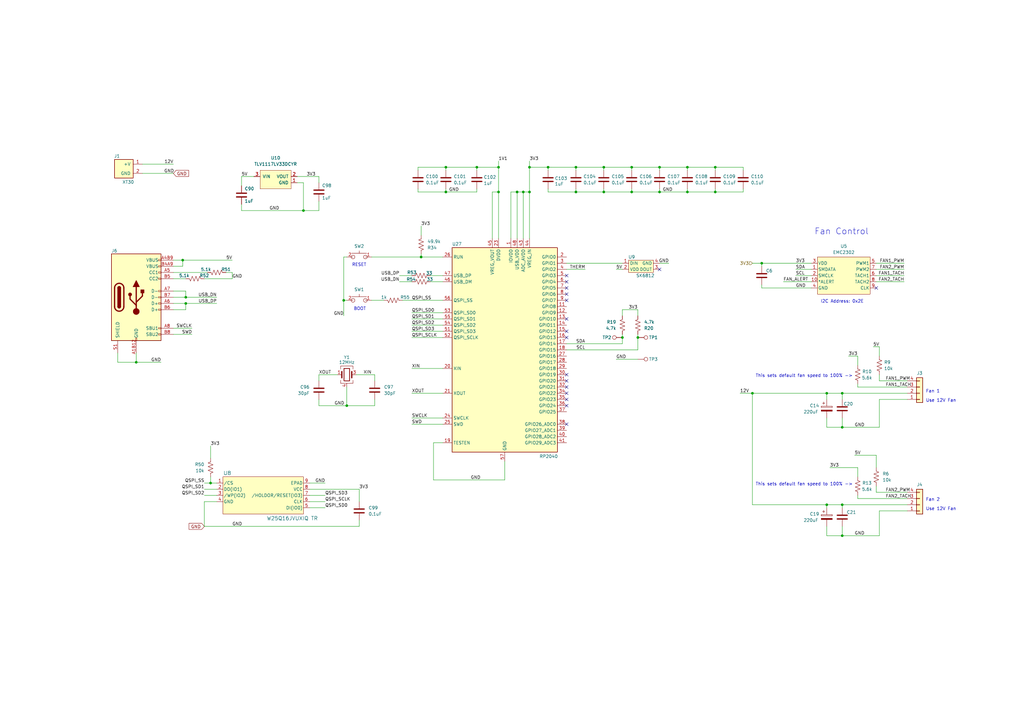
<source format=kicad_sch>
(kicad_sch (version 20250114) (generator "eeschema") (generator_version "9.0")
  (paper "A3")
  (title_block (title "FanBoy") (date "2025-09-24") (rev "1"))
  (lib_symbols
    (symbol "Connector:TestPoint" (pin_numbers (hide yes)) (pin_names (offset 0.762) (hide yes))
      (property "Reference" "TP" (at 0 6.858 0))
      (property "Value" "TestPoint" (at 0 5.08 0))
      (symbol "TestPoint_1_1"
        (pin passive line (at 0 0 90) (length 2.54) (name "1") (number "1"))
      )
    )
    (symbol "Connector_Generic:Conn_01x04" (pin_names (offset 1.016) (hide yes))
      (property "Reference" "J" (at 0 5.08 0))
      (property "Value" "Conn_01x04" (at 0 -7.62 0))
      (symbol "Conn_01x04_1_1"
        (pin passive line (at -5.08 2.54 0) (length 3.81) (name "Pin_1") (number "1"))
        (pin passive line (at -5.08 0 0) (length 3.81) (name "Pin_2") (number "2"))
        (pin passive line (at -5.08 -2.54 0) (length 3.81) (name "Pin_3") (number "3"))
        (pin passive line (at -5.08 -5.08 0) (length 3.81) (name "Pin_4") (number "4"))
      )
    )
    (symbol "Device:C" (pin_numbers (hide yes)) (pin_names (offset 0.254))
      (property "Reference" "C" (at 0.635 2.54 0))
      (property "Value" "C" (at 0.635 -2.54 0))
      (symbol "C_1_1"
        (pin passive line (at 0 3.81 270) (length 2.794) (name "~") (number "1"))
        (pin passive line (at 0 -3.81 90) (length 2.794) (name "~") (number "2"))
      )
    )
    (symbol "Device:C_Polarized" (pin_numbers (hide yes)) (pin_names (offset 0.254))
      (property "Reference" "C" (at 0.635 2.54 0))
      (property "Value" "C_Polarized" (at 0.635 -2.54 0))
      (symbol "C_Polarized_1_1"
        (pin passive line (at 0 3.81 270) (length 2.794) (name "~") (number "1"))
        (pin passive line (at 0 -3.81 90) (length 2.794) (name "~") (number "2"))
      )
    )
    (symbol "Device:Crystal_GND24_common" (pin_names (offset 1.016) (hide yes))
      (property "Reference" "Y" (at 3.175 5.08 0))
      (property "Value" "Crystal_GND24_common" (at 3.175 3.175 0))
      (symbol "Crystal_GND24_common_1_1"
        (pin passive line (at -3.81 0 0) (length 1.27) (name "1") (number "1"))
        (pin passive line (at 0 -5.08 90) (length 1.27) (hide yes) (name "2") (number "2"))
        (pin passive line (at 0 -5.08 90) (length 1.27) (name "4") (number "4"))
        (pin passive line (at 3.81 0 180) (length 1.27) (name "3") (number "3"))
      )
    )
    (symbol "Device:R_US" (pin_numbers (hide yes)) (pin_names (offset 0))
      (property "Reference" "R" (at 2.54 0 90))
      (property "Value" "R_US" (at -2.54 0 90))
      (symbol "R_US_1_1"
        (pin passive line (at 0 3.81 270) (length 1.27) (name "~") (number "1"))
        (pin passive line (at 0 -3.81 90) (length 1.27) (name "~") (number "2"))
      )
    )
    (symbol "aditBoard:RP2040"
      (property "Reference" "U3" (at -21.59 43.434 0))
      (property "Value" "RP2040" (at 14.224 -43.688 0))
      (symbol "RP2040_1_1"
        (pin input line (at -25.4 38.1 0) (length 3.81) (name "RUN") (number "26"))
        (pin bidirectional line (at -25.4 30.48 0) (length 3.81) (name "USB_DP") (number "47"))
        (pin bidirectional line (at -25.4 27.94 0) (length 3.81) (name "USB_DM") (number "46"))
        (pin bidirectional line (at -25.4 20.32 0) (length 3.81) (name "QSPI_SS") (number "56"))
        (pin bidirectional line (at -25.4 15.24 0) (length 3.81) (name "QSPI_SD0") (number "53"))
        (pin bidirectional line (at -25.4 12.7 0) (length 3.81) (name "QSPI_SD1") (number "55"))
        (pin bidirectional line (at -25.4 10.16 0) (length 3.81) (name "QSPI_SD2") (number "54"))
        (pin bidirectional line (at -25.4 7.62 0) (length 3.81) (name "QSPI_SD3") (number "51"))
        (pin output line (at -25.4 5.08 0) (length 3.81) (name "QSPI_SCLK") (number "52"))
        (pin input line (at -25.4 -7.62 0) (length 3.81) (name "XIN") (number "20"))
        (pin passive line (at -25.4 -17.78 0) (length 3.81) (name "XOUT") (number "21"))
        (pin output line (at -25.4 -27.94 0) (length 3.81) (name "SWCLK") (number "24"))
        (pin bidirectional line (at -25.4 -30.48 0) (length 3.81) (name "SWD") (number "25"))
        (pin input line (at -25.4 -38.1 0) (length 3.81) (name "TESTEN") (number "19"))
        (pin power_out line (at -5.08 45.72 270) (length 3.81) (name "VREG_VOUT") (number "45"))
        (pin power_in line (at -2.54 45.72 270) (length 3.81) (name "DVDD") (number "23"))
        (pin passive line (at -2.54 45.72 270) (length 3.81) (hide yes) (name "DVDD") (number "50"))
        (pin power_in line (at 0 -45.72 90) (length 3.81) (name "GND") (number "57"))
        (pin power_in line (at 2.54 45.72 270) (length 3.81) (name "IOVDD") (number "1"))
        (pin passive line (at 2.54 45.72 270) (length 3.81) (hide yes) (name "IOVDD") (number "10"))
        (pin passive line (at 2.54 45.72 270) (length 3.81) (hide yes) (name "IOVDD") (number "22"))
        (pin passive line (at 2.54 45.72 270) (length 3.81) (hide yes) (name "IOVDD") (number "33"))
        (pin passive line (at 2.54 45.72 270) (length 3.81) (hide yes) (name "IOVDD") (number "42"))
        (pin passive line (at 2.54 45.72 270) (length 3.81) (hide yes) (name "IOVDD") (number "49"))
        (pin power_in line (at 5.08 45.72 270) (length 3.81) (name "USB_VDD") (number "48"))
        (pin power_in line (at 7.62 45.72 270) (length 3.81) (name "ADC_AVDD") (number "43"))
        (pin power_in line (at 10.16 45.72 270) (length 3.81) (name "VREG_IN") (number "44"))
        (pin bidirectional line (at 25.4 38.1 180) (length 3.81) (name "GPIO0") (number "2"))
        (pin bidirectional line (at 25.4 35.56 180) (length 3.81) (name "GPIO1") (number "3"))
        (pin bidirectional line (at 25.4 33.02 180) (length 3.81) (name "GPIO2") (number "4"))
        (pin bidirectional line (at 25.4 30.48 180) (length 3.81) (name "GPIO3") (number "5"))
        (pin bidirectional line (at 25.4 27.94 180) (length 3.81) (name "GPIO4") (number "6"))
        (pin bidirectional line (at 25.4 25.4 180) (length 3.81) (name "GPIO5") (number "7"))
        (pin bidirectional line (at 25.4 22.86 180) (length 3.81) (name "GPIO6") (number "8"))
        (pin bidirectional line (at 25.4 20.32 180) (length 3.81) (name "GPIO7") (number "9"))
        (pin bidirectional line (at 25.4 17.78 180) (length 3.81) (name "GPIO8") (number "11"))
        (pin bidirectional line (at 25.4 15.24 180) (length 3.81) (name "GPIO9") (number "12"))
        (pin bidirectional line (at 25.4 12.7 180) (length 3.81) (name "GPIO10") (number "13"))
        (pin bidirectional line (at 25.4 10.16 180) (length 3.81) (name "GPIO11") (number "14"))
        (pin bidirectional line (at 25.4 7.62 180) (length 3.81) (name "GPIO12") (number "15"))
        (pin bidirectional line (at 25.4 5.08 180) (length 3.81) (name "GPIO13") (number "16"))
        (pin bidirectional line (at 25.4 2.54 180) (length 3.81) (name "GPIO14") (number "17"))
        (pin bidirectional line (at 25.4 0 180) (length 3.81) (name "GPIO15") (number "18"))
        (pin bidirectional line (at 25.4 -2.54 180) (length 3.81) (name "GPIO16") (number "27"))
        (pin bidirectional line (at 25.4 -5.08 180) (length 3.81) (name "GPIO17") (number "28"))
        (pin bidirectional line (at 25.4 -7.62 180) (length 3.81) (name "GPIO18") (number "29"))
        (pin bidirectional line (at 25.4 -10.16 180) (length 3.81) (name "GPIO19") (number "30"))
        (pin bidirectional line (at 25.4 -12.7 180) (length 3.81) (name "GPIO20") (number "31"))
        (pin bidirectional line (at 25.4 -15.24 180) (length 3.81) (name "GPIO21") (number "32"))
        (pin bidirectional line (at 25.4 -17.78 180) (length 3.81) (name "GPIO22") (number "34"))
        (pin bidirectional line (at 25.4 -20.32 180) (length 3.81) (name "GPIO23") (number "35"))
        (pin bidirectional line (at 25.4 -22.86 180) (length 3.81) (name "GPIO24") (number "36"))
        (pin bidirectional line (at 25.4 -25.4 180) (length 3.81) (name "GPIO25") (number "37"))
        (pin bidirectional line (at 25.4 -30.48 180) (length 3.81) (name "GPIO26_ADC0") (number "38"))
        (pin bidirectional line (at 25.4 -33.02 180) (length 3.81) (name "GPIO27_ADC1") (number "39"))
        (pin bidirectional line (at 25.4 -35.56 180) (length 3.81) (name "GPIO28_ADC2") (number "40"))
        (pin bidirectional line (at 25.4 -38.1 180) (length 3.81) (name "GPIO29_ADC3") (number "41"))
      )
    )
    (symbol "aditBoard:USB_C_Receptacle_USB2.0" (pin_names (offset 1.016))
      (property "Reference" "J1" (at -10.16 19.05 0))
      (symbol "USB_C_Receptacle_USB2.0_1_1"
        (pin passive line (at -7.62 -22.86 90) (length 5.08) (name "SHIELD") (number "S1"))
        (pin passive line (at 0 -22.86 90) (length 5.08) (name "GND") (number "A1B12"))
        (pin passive line (at 0 -22.86 90) (length 5.08) (hide yes) (name "GND") (number "B1A12"))
        (pin passive line (at 15.24 15.24 180) (length 5.08) (name "VBUS") (number "A4B9"))
        (pin passive line (at 15.24 12.7 180) (length 5.08) (name "VBUS") (number "B4A9"))
        (pin bidirectional line (at 15.24 10.16 180) (length 5.08) (name "CC1") (number "A5"))
        (pin bidirectional line (at 15.24 7.62 180) (length 5.08) (name "CC2") (number "B5"))
        (pin bidirectional line (at 15.24 2.54 180) (length 5.08) (name "D-") (number "A7"))
        (pin bidirectional line (at 15.24 0 180) (length 5.08) (name "D-") (number "B7"))
        (pin bidirectional line (at 15.24 -2.54 180) (length 5.08) (name "D+") (number "A6"))
        (pin bidirectional line (at 15.24 -5.08 180) (length 5.08) (name "D+") (number "B6"))
        (pin bidirectional line (at 15.24 -12.7 180) (length 5.08) (name "SBU1") (number "A8"))
        (pin bidirectional line (at 15.24 -15.24 180) (length 5.08) (name "SBU2") (number "B8"))
      )
    )
    (symbol "athvfd:SK6812SIDE-A-RVS"
      (property "Reference" "U" (at -4.572 3.556 0))
      (property "Value" "SK6812" (at 1.778 -3.81 0))
      (symbol "SK6812SIDE-A-RVS_1_1"
        (pin input line (at -7.62 1.27 0) (length 2.54) (name "DIN") (number "1"))
        (pin power_in line (at -7.62 -1.27 0) (length 2.54) (name "VDD") (number "2"))
        (pin power_in line (at 7.62 1.27 180) (length 2.54) (name "GND") (number "4"))
        (pin output line (at 7.62 -1.27 180) (length 2.54) (name "DOUT") (number "3"))
      )
    )
    (symbol "bitaxe:EMC2302-2-AIZL-TR" (pin_names (offset 0.254))
      (property "Reference" "U" (at -8.89 8.89 0))
      (property "Value" "EMC2302-2-AIZL-TR" (at 7.62 -8.89 0))
      (symbol "EMC2302-2-AIZL-TR_0_1"
        (pin power_in line (at -11.43 5.08 0) (length 2.54) (name "VDD") (number "3"))
        (pin bidirectional line (at -11.43 2.54 0) (length 2.54) (name "SMDATA") (number "1"))
        (pin input line (at -11.43 0 0) (length 2.54) (name "SMCLK") (number "2"))
        (pin output line (at -11.43 -2.54 0) (length 2.54) (name "*ALERT") (number "10"))
        (pin power_in line (at -11.43 -5.08 0) (length 2.54) (name "GND") (number "4"))
        (pin output line (at 15.24 5.08 180) (length 2.54) (name "PWM1") (number "5"))
        (pin output line (at 15.24 2.54 180) (length 2.54) (name "PWM2") (number "7"))
        (pin input line (at 15.24 0 180) (length 2.54) (name "TACH1") (number "6"))
        (pin input line (at 15.24 -2.54 180) (length 2.54) (name "TACH2") (number "8"))
        (pin bidirectional line (at 15.24 -5.08 180) (length 2.54) (name "CLK") (number "9"))
      )
    )
    (symbol "bitaxe:GT-TC029B-H025-L1N"
      (property "Reference" "SW2" (at 0 3.81 0))
      (symbol "GT-TC029B-H025-L1N_0_1"
        (pin unspecified line (at -5.08 0 0) (length 2.54) (name "~") (number "1"))
        (pin unspecified line (at 5.08 0 180) (length 2.54) (name "~") (number "2"))
      )
    )
    (symbol "bitaxe:XT30PW-M" (pin_names (offset 1.016))
      (property "Reference" "J" (at -3.302 4.572 0))
      (property "Value" "XT30" (at -0.254 10.668 0))
      (symbol "XT30PW-M_1_1"
        (pin no_connect line (at -7.62 7.62 0) (length 3.81) (hide yes) (name "MNT1") (number "3"))
        (pin power_in line (at -7.62 1.27 0) (length 3.81) (name "+V") (number "1"))
        (pin power_in line (at -7.62 -2.54 0) (length 3.81) (name "GND") (number "2"))
        (pin no_connect line (at -7.62 -7.62 0) (length 3.81) (hide yes) (name "MNT2") (number "4"))
      )
    )
    (symbol "emberone:TLV1117LV33DCYR" (pin_names (offset 1.016))
      (property "Reference" "U" (at -6.35 8.382 0))
      (property "Value" "TLV1117LV33DCYR" (at -8.128 -2.032 0))
      (symbol "TLV1117LV33DCYR_1_0"
        (pin input line (at -8.89 5.08 0) (length 2.54) (name "VIN") (number "3"))
        (pin output line (at 8.89 5.08 180) (length 2.54) (name "VOUT") (number "2"))
        (pin output line (at 8.89 5.08 180) (length 2.54) (hide yes) (name "VOUT") (number "4"))
        (pin power_in line (at 8.89 2.54 180) (length 2.54) (name "GND") (number "1"))
      )
    )
    (symbol "emberone:W25Q16JVUXIQ_TR" (pin_names (offset 0.254))
      (property "Reference" "U" (at -16.002 7.874 0))
      (property "Value" "W25Q16JVUXIQ TR" (at 9.398 -10.668 0))
      (symbol "W25Q16JVUXIQ_TR_0_1"
        (pin unspecified line (at -19.05 3.81 0) (length 2.56) (name "/CS") (number "1"))
        (pin unspecified line (at -19.05 1.27 0) (length 2.56) (name "DO(IO1)") (number "2"))
        (pin unspecified line (at -19.05 -1.27 0) (length 2.56) (name "/WP(IO2)") (number "3"))
        (pin unspecified line (at -19.05 -3.81 0) (length 2.56) (name "GND") (number "4"))
        (pin unspecified line (at 19.05 3.81 180) (length 2.56) (name "EPAD") (number "9"))
        (pin unspecified line (at 19.05 1.27 180) (length 2.56) (name "VCC") (number "8"))
        (pin unspecified line (at 19.05 -1.27 180) (length 2.56) (name "/HOLDOR/RESET(IO3)") (number "7"))
        (pin unspecified line (at 19.05 -3.81 180) (length 2.56) (name "CLK") (number "6"))
        (pin unspecified line (at 19.05 -6.35 180) (length 2.56) (name "DI(IO0)") (number "5"))
      )
    )
  )
  (text "Fan 2" (at 379.73 205.74 0) (effects (font (size 1.27 1.27)) (justify left bottom)))
  (text "BOOT" (at 147.574 126.746 0) (effects (font (size 1.27 1.27))))
  (text "This sets default fan speed to 100% ->" (at 309.88 199.39 0) (effects (font (size 1.27 1.27)) (justify left bottom)))
  (text "Fan 1" (at 379.73 161.29 0) (effects (font (size 1.27 1.27)) (justify left bottom)))
  (text "RESET" (at 147.32 108.712 0) (effects (font (size 1.27 1.27))))
  (text "Use 12V Fan" (at 379.73 165.1 0) (effects (font (size 1.27 1.27)) (justify left bottom)))
  (text "Fan Control" (at 334.01 96.52 0) (effects (font (size 2.5 2.5)) (justify left bottom)))
  (text "Use 12V Fan" (at 379.73 209.55 0) (effects (font (size 1.27 1.27)) (justify left bottom)))
  (text "This sets default fan speed to 100% ->" (at 309.88 154.94 0) (effects (font (size 1.27 1.27)) (justify left bottom)))
  (text "I2C Address: 0x2E" (at 336.55 124.46 0) (effects (font (size 1.27 1.27)) (justify left bottom)))
  (junction (at 345.44 175.26))
  (junction (at 204.47 68.58))
  (junction (at 339.09 161.29))
  (junction (at 236.22 68.58))
  (junction (at 261.62 138.43))
  (junction (at 247.65 68.58))
  (junction (at 142.24 166.37))
  (junction (at 224.79 68.58))
  (junction (at 293.37 68.58))
  (junction (at 247.65 78.74))
  (junction (at 217.17 78.74))
  (junction (at 270.51 78.74))
  (junction (at 345.44 219.71))
  (junction (at 312.42 107.95))
  (junction (at 281.94 78.74))
  (junction (at 345.44 207.01))
  (junction (at 255.27 138.43))
  (junction (at 236.22 78.74))
  (junction (at 55.88 148.59))
  (junction (at 259.08 68.58))
  (junction (at 140.97 123.19))
  (junction (at 270.51 68.58))
  (junction (at 259.08 78.74))
  (junction (at 76.2 124.46))
  (junction (at 74.93 106.68))
  (junction (at 281.94 68.58))
  (junction (at 217.17 68.58))
  (junction (at 76.2 121.92))
  (junction (at 345.44 161.29))
  (junction (at 204.47 78.74))
  (junction (at 308.61 161.29))
  (junction (at 86.36 198.12))
  (junction (at 172.72 105.41))
  (junction (at 339.09 207.01))
  (junction (at 214.63 78.74))
  (junction (at 182.88 78.74))
  (junction (at 124.46 86.36))
  (junction (at 182.88 68.58))
  (junction (at 212.09 78.74))
  (junction (at 195.58 68.58))
  (junction (at 293.37 78.74))
  (no_connect (at 232.41 166.37))
  (no_connect (at 232.41 130.81))
  (no_connect (at 359.41 118.11))
  (no_connect (at 232.41 156.21))
  (no_connect (at 232.41 113.03))
  (no_connect (at 232.41 118.11))
  (no_connect (at 232.41 138.43))
  (no_connect (at 232.41 135.89))
  (no_connect (at 232.41 115.57))
  (no_connect (at 232.41 158.75))
  (no_connect (at 232.41 163.83))
  (no_connect (at 232.41 120.65))
  (no_connect (at 232.41 173.99))
  (no_connect (at 270.51 110.49))
  (no_connect (at 232.41 153.67))
  (no_connect (at 232.41 123.19))
  (no_connect (at 232.41 161.29))
  (wire (pts (xy 130.81 153.67) (xy 130.81 156.21)))
  (wire (pts (xy 86.36 198.12) (xy 88.9 198.12)))
  (wire (pts (xy 130.81 72.39) (xy 130.81 74.93)))
  (wire (pts (xy 321.31 115.57) (xy 332.74 115.57)))
  (wire (pts (xy 163.83 115.57) (xy 168.91 115.57)))
  (wire (pts (xy 339.09 161.29) (xy 345.44 161.29)))
  (wire (pts (xy 259.08 68.58) (xy 259.08 69.85)))
  (wire (pts (xy 78.74 134.62) (xy 71.12 134.62)))
  (wire (pts (xy 293.37 68.58) (xy 304.8 68.58)))
  (wire (pts (xy 71.12 109.22) (xy 74.93 109.22)))
  (wire (pts (xy 127 198.12) (xy 133.35 198.12)))
  (wire (pts (xy 360.68 156.21) (xy 372.11 156.21)))
  (wire (pts (xy 217.17 68.58) (xy 224.79 68.58)))
  (wire (pts (xy 55.88 148.59) (xy 48.26 148.59)))
  (wire (pts (xy 147.32 215.9) (xy 83.82 215.9)))
  (wire (pts (xy 182.88 68.58) (xy 195.58 68.58)))
  (wire (pts (xy 339.09 219.71) (xy 345.44 219.71)))
  (wire (pts (xy 261.62 127) (xy 255.27 127)))
  (wire (pts (xy 172.72 92.71) (xy 172.72 96.52)))
  (wire (pts (xy 339.09 207.01) (xy 339.09 208.28)))
  (wire (pts (xy 255.27 138.43) (xy 255.27 140.97)))
  (wire (pts (xy 232.41 107.95) (xy 255.27 107.95)))
  (wire (pts (xy 308.61 107.95) (xy 312.42 107.95)))
  (wire (pts (xy 88.9 124.46) (xy 76.2 124.46)))
  (wire (pts (xy 345.44 171.45) (xy 345.44 175.26)))
  (wire (pts (xy 130.81 163.83) (xy 130.81 166.37)))
  (wire (pts (xy 247.65 68.58) (xy 247.65 69.85)))
  (wire (pts (xy 340.36 191.77) (xy 351.79 191.77)))
  (wire (pts (xy 236.22 78.74) (xy 247.65 78.74)))
  (wire (pts (xy 304.8 68.58) (xy 304.8 69.85)))
  (wire (pts (xy 339.09 161.29) (xy 339.09 163.83)))
  (wire (pts (xy 293.37 78.74) (xy 304.8 78.74)))
  (wire (pts (xy 304.8 77.47) (xy 304.8 78.74)))
  (wire (pts (xy 252.73 110.49) (xy 255.27 110.49)))
  (wire (pts (xy 293.37 77.47) (xy 293.37 78.74)))
  (wire (pts (xy 232.41 140.97) (xy 255.27 140.97)))
  (wire (pts (xy 351.79 149.86) (xy 351.79 146.05)))
  (wire (pts (xy 217.17 66.04) (xy 217.17 68.58)))
  (wire (pts (xy 74.93 106.68) (xy 71.12 106.68)))
  (wire (pts (xy 76.2 124.46) (xy 76.2 127)))
  (wire (pts (xy 350.52 186.69) (xy 359.41 186.69)))
  (wire (pts (xy 224.79 77.47) (xy 224.79 78.74)))
  (wire (pts (xy 270.51 68.58) (xy 281.94 68.58)))
  (wire (pts (xy 130.81 82.55) (xy 130.81 86.36)))
  (wire (pts (xy 146.05 153.67) (xy 153.67 153.67)))
  (wire (pts (xy 168.91 173.99) (xy 181.61 173.99)))
  (wire (pts (xy 261.62 138.43) (xy 261.62 143.51)))
  (wire (pts (xy 168.91 171.45) (xy 181.61 171.45)))
  (wire (pts (xy 168.91 135.89) (xy 181.61 135.89)))
  (wire (pts (xy 86.36 195.58) (xy 86.36 198.12)))
  (wire (pts (xy 76.2 119.38) (xy 76.2 121.92)))
  (wire (pts (xy 224.79 78.74) (xy 236.22 78.74)))
  (wire (pts (xy 339.09 175.26) (xy 345.44 175.26)))
  (wire (pts (xy 140.97 123.19) (xy 140.97 129.54)))
  (wire (pts (xy 83.82 114.3) (xy 95.25 114.3)))
  (wire (pts (xy 214.63 78.74) (xy 217.17 78.74)))
  (wire (pts (xy 236.22 77.47) (xy 236.22 78.74)))
  (wire (pts (xy 124.46 86.36) (xy 99.06 86.36)))
  (wire (pts (xy 270.51 77.47) (xy 270.51 78.74)))
  (wire (pts (xy 171.45 77.47) (xy 171.45 78.74)))
  (wire (pts (xy 312.42 118.11) (xy 332.74 118.11)))
  (wire (pts (xy 127 205.74) (xy 133.35 205.74)))
  (wire (pts (xy 121.92 74.93) (xy 124.46 74.93)))
  (wire (pts (xy 142.24 123.19) (xy 140.97 123.19)))
  (wire (pts (xy 58.42 71.12) (xy 71.12 71.12)))
  (wire (pts (xy 153.67 156.21) (xy 153.67 153.67)))
  (wire (pts (xy 308.61 161.29) (xy 339.09 161.29)))
  (wire (pts (xy 232.41 143.51) (xy 261.62 143.51)))
  (wire (pts (xy 312.42 107.95) (xy 312.42 109.22)))
  (wire (pts (xy 66.04 148.59) (xy 55.88 148.59)))
  (wire (pts (xy 182.88 77.47) (xy 182.88 78.74)))
  (wire (pts (xy 212.09 78.74) (xy 214.63 78.74)))
  (wire (pts (xy 171.45 78.74) (xy 182.88 78.74)))
  (wire (pts (xy 339.09 207.01) (xy 345.44 207.01)))
  (wire (pts (xy 360.68 163.83) (xy 360.68 175.26)))
  (wire (pts (xy 76.2 114.3) (xy 71.12 114.3)))
  (wire (pts (xy 270.51 107.95) (xy 274.32 107.95)))
  (wire (pts (xy 83.82 215.9) (xy 83.82 205.74)))
  (wire (pts (xy 236.22 68.58) (xy 236.22 69.85)))
  (wire (pts (xy 176.53 115.57) (xy 181.61 115.57)))
  (wire (pts (xy 121.92 72.39) (xy 130.81 72.39)))
  (wire (pts (xy 252.73 147.32) (xy 261.62 147.32)))
  (wire (pts (xy 281.94 68.58) (xy 293.37 68.58)))
  (wire (pts (xy 142.24 166.37) (xy 153.67 166.37)))
  (wire (pts (xy 270.51 78.74) (xy 281.94 78.74)))
  (wire (pts (xy 83.82 198.12) (xy 86.36 198.12)))
  (wire (pts (xy 76.2 121.92) (xy 71.12 121.92)))
  (wire (pts (xy 83.82 200.66) (xy 88.9 200.66)))
  (wire (pts (xy 261.62 137.16) (xy 261.62 138.43)))
  (wire (pts (xy 204.47 78.74) (xy 201.93 78.74)))
  (wire (pts (xy 345.44 161.29) (xy 372.11 161.29)))
  (wire (pts (xy 224.79 68.58) (xy 224.79 69.85)))
  (wire (pts (xy 182.88 68.58) (xy 182.88 69.85)))
  (wire (pts (xy 212.09 78.74) (xy 212.09 97.79)))
  (wire (pts (xy 86.36 182.88) (xy 86.36 187.96)))
  (wire (pts (xy 163.83 113.03) (xy 168.91 113.03)))
  (wire (pts (xy 345.44 161.29) (xy 345.44 163.83)))
  (wire (pts (xy 359.41 186.69) (xy 359.41 191.77)))
  (wire (pts (xy 207.01 196.85) (xy 207.01 189.23)))
  (wire (pts (xy 281.94 77.47) (xy 281.94 78.74)))
  (wire (pts (xy 326.39 110.49) (xy 332.74 110.49)))
  (wire (pts (xy 345.44 219.71) (xy 360.68 219.71)))
  (wire (pts (xy 270.51 68.58) (xy 270.51 69.85)))
  (wire (pts (xy 293.37 68.58) (xy 293.37 69.85)))
  (wire (pts (xy 360.68 153.67) (xy 360.68 156.21)))
  (wire (pts (xy 176.53 113.03) (xy 181.61 113.03)))
  (wire (pts (xy 195.58 77.47) (xy 195.58 78.74)))
  (wire (pts (xy 142.24 158.75) (xy 142.24 166.37)))
  (wire (pts (xy 83.82 203.2) (xy 88.9 203.2)))
  (wire (pts (xy 76.2 127) (xy 71.12 127)))
  (wire (pts (xy 360.68 163.83) (xy 372.11 163.83)))
  (wire (pts (xy 359.41 201.93) (xy 372.11 201.93)))
  (wire (pts (xy 74.93 109.22) (xy 74.93 106.68)))
  (wire (pts (xy 351.79 157.48) (xy 351.79 158.75)))
  (wire (pts (xy 359.41 110.49) (xy 370.84 110.49)))
  (wire (pts (xy 358.14 142.24) (xy 360.68 142.24)))
  (wire (pts (xy 345.44 215.9) (xy 345.44 219.71)))
  (wire (pts (xy 147.32 213.36) (xy 147.32 215.9)))
  (wire (pts (xy 168.91 128.27) (xy 181.61 128.27)))
  (wire (pts (xy 236.22 68.58) (xy 247.65 68.58)))
  (wire (pts (xy 172.72 105.41) (xy 181.61 105.41)))
  (wire (pts (xy 177.8 181.61) (xy 177.8 196.85)))
  (wire (pts (xy 124.46 74.93) (xy 124.46 86.36)))
  (wire (pts (xy 171.45 68.58) (xy 182.88 68.58)))
  (wire (pts (xy 247.65 77.47) (xy 247.65 78.74)))
  (wire (pts (xy 157.48 123.19) (xy 152.4 123.19)))
  (wire (pts (xy 168.91 151.13) (xy 181.61 151.13)))
  (wire (pts (xy 308.61 207.01) (xy 339.09 207.01)))
  (wire (pts (xy 168.91 130.81) (xy 181.61 130.81)))
  (wire (pts (xy 204.47 68.58) (xy 204.47 78.74)))
  (wire (pts (xy 142.24 105.41) (xy 140.97 105.41)))
  (wire (pts (xy 259.08 68.58) (xy 270.51 68.58)))
  (wire (pts (xy 168.91 138.43) (xy 181.61 138.43)))
  (wire (pts (xy 255.27 127) (xy 255.27 129.54)))
  (wire (pts (xy 360.68 209.55) (xy 372.11 209.55)))
  (wire (pts (xy 281.94 68.58) (xy 281.94 69.85)))
  (wire (pts (xy 168.91 161.29) (xy 181.61 161.29)))
  (wire (pts (xy 217.17 97.79) (xy 217.17 78.74)))
  (wire (pts (xy 85.09 111.76) (xy 71.12 111.76)))
  (wire (pts (xy 339.09 171.45) (xy 339.09 175.26)))
  (wire (pts (xy 171.45 68.58) (xy 171.45 69.85)))
  (wire (pts (xy 58.42 67.31) (xy 71.12 67.31)))
  (wire (pts (xy 130.81 153.67) (xy 138.43 153.67)))
  (wire (pts (xy 99.06 72.39) (xy 99.06 76.2)))
  (wire (pts (xy 95.25 111.76) (xy 92.71 111.76)))
  (wire (pts (xy 214.63 78.74) (xy 214.63 97.79)))
  (wire (pts (xy 312.42 107.95) (xy 332.74 107.95)))
  (wire (pts (xy 172.72 104.14) (xy 172.72 105.41)))
  (wire (pts (xy 359.41 199.39) (xy 359.41 201.93)))
  (wire (pts (xy 345.44 207.01) (xy 345.44 208.28)))
  (wire (pts (xy 224.79 68.58) (xy 236.22 68.58)))
  (wire (pts (xy 345.44 175.26) (xy 360.68 175.26)))
  (wire (pts (xy 127 208.28) (xy 133.35 208.28)))
  (wire (pts (xy 359.41 115.57) (xy 370.84 115.57)))
  (wire (pts (xy 195.58 78.74) (xy 182.88 78.74)))
  (wire (pts (xy 247.65 68.58) (xy 259.08 68.58)))
  (wire (pts (xy 152.4 105.41) (xy 172.72 105.41)))
  (wire (pts (xy 259.08 78.74) (xy 270.51 78.74)))
  (wire (pts (xy 281.94 78.74) (xy 293.37 78.74)))
  (wire (pts (xy 127 200.66) (xy 147.32 200.66)))
  (wire (pts (xy 303.53 161.29) (xy 308.61 161.29)))
  (wire (pts (xy 177.8 196.85) (xy 207.01 196.85)))
  (wire (pts (xy 217.17 68.58) (xy 217.17 78.74)))
  (wire (pts (xy 195.58 68.58) (xy 204.47 68.58)))
  (wire (pts (xy 312.42 116.84) (xy 312.42 118.11)))
  (wire (pts (xy 99.06 86.36) (xy 99.06 83.82)))
  (wire (pts (xy 130.81 86.36) (xy 124.46 86.36)))
  (wire (pts (xy 165.1 123.19) (xy 181.61 123.19)))
  (wire (pts (xy 360.68 146.05) (xy 360.68 142.24)))
  (wire (pts (xy 351.79 158.75) (xy 372.11 158.75)))
  (wire (pts (xy 201.93 78.74) (xy 201.93 97.79)))
  (wire (pts (xy 71.12 119.38) (xy 76.2 119.38)))
  (wire (pts (xy 232.41 110.49) (xy 240.03 110.49)))
  (wire (pts (xy 209.55 97.79) (xy 209.55 78.74)))
  (wire (pts (xy 140.97 105.41) (xy 140.97 123.19)))
  (wire (pts (xy 351.79 203.2) (xy 351.79 204.47)))
  (wire (pts (xy 339.09 215.9) (xy 339.09 219.71)))
  (wire (pts (xy 259.08 77.47) (xy 259.08 78.74)))
  (wire (pts (xy 195.58 68.58) (xy 195.58 69.85)))
  (wire (pts (xy 359.41 107.95) (xy 370.84 107.95)))
  (wire (pts (xy 360.68 209.55) (xy 360.68 219.71)))
  (wire (pts (xy 95.25 114.3) (xy 95.25 111.76)))
  (wire (pts (xy 359.41 113.03) (xy 370.84 113.03)))
  (wire (pts (xy 147.32 200.66) (xy 147.32 205.74)))
  (wire (pts (xy 88.9 121.92) (xy 76.2 121.92)))
  (wire (pts (xy 177.8 181.61) (xy 181.61 181.61)))
  (wire (pts (xy 48.26 148.59) (xy 48.26 144.78)))
  (wire (pts (xy 130.81 166.37) (xy 142.24 166.37)))
  (wire (pts (xy 351.79 195.58) (xy 351.79 191.77)))
  (wire (pts (xy 204.47 78.74) (xy 204.47 97.79)))
  (wire (pts (xy 261.62 129.54) (xy 261.62 127)))
  (wire (pts (xy 76.2 124.46) (xy 71.12 124.46)))
  (wire (pts (xy 204.47 66.04) (xy 204.47 68.58)))
  (wire (pts (xy 83.82 205.74) (xy 88.9 205.74)))
  (wire (pts (xy 326.39 113.03) (xy 332.74 113.03)))
  (wire (pts (xy 351.79 204.47) (xy 372.11 204.47)))
  (wire (pts (xy 78.74 137.16) (xy 71.12 137.16)))
  (wire (pts (xy 153.67 163.83) (xy 153.67 166.37)))
  (wire (pts (xy 308.61 161.29) (xy 308.61 207.01)))
  (wire (pts (xy 347.98 146.05) (xy 351.79 146.05)))
  (wire (pts (xy 95.25 106.68) (xy 74.93 106.68)))
  (wire (pts (xy 127 203.2) (xy 133.35 203.2)))
  (wire (pts (xy 345.44 207.01) (xy 372.11 207.01)))
  (wire (pts (xy 255.27 137.16) (xy 255.27 138.43)))
  (wire (pts (xy 209.55 78.74) (xy 212.09 78.74)))
  (wire (pts (xy 168.91 133.35) (xy 181.61 133.35)))
  (wire (pts (xy 55.88 148.59) (xy 55.88 144.78)))
  (wire (pts (xy 99.06 72.39) (xy 104.14 72.39)))
  (wire (pts (xy 247.65 78.74) (xy 259.08 78.74)))
  (label "QSPI_SD3" (at 168.91 135.89 0))
  (label "FAN_ALERT" (at 321.31 115.57 0))
  (label "FAN1_TACH" (at 363.22 158.75 0))
  (label "XOUT" (at 130.81 153.67 0))
  (label "SCL" (at 240.03 143.51 180))
  (label "SDA" (at 240.03 140.97 180))
  (label "5V" (at 95.25 106.68 180))
  (label "QSPI_SD3" (at 133.35 203.2 0))
  (label "SWD" (at 78.74 137.16 180))
  (label "3V3" (at 217.17 66.04 0))
  (label "3V3" (at 340.36 191.77 0))
  (label "QSPI_SD0" (at 133.35 208.28 0))
  (label "FAN1_PWM" (at 363.22 156.21 0))
  (label "SCL" (at 326.39 113.03 0))
  (label "QSPI_SCLK" (at 133.35 205.74 0))
  (label "GND" (at 193.04 196.85 0))
  (label "XOUT" (at 168.91 161.29 0))
  (label "SWD" (at 168.91 173.99 0))
  (label "FAN2_PWM" (at 370.84 110.49 180))
  (label "3V3" (at 86.36 182.88 0))
  (label "QSPI_SCLK" (at 168.91 138.43 0))
  (label "3V3" (at 125.73 72.39 0))
  (label "FAN1_PWM" (at 370.84 107.95 180))
  (label "GND" (at 133.35 198.12 180))
  (label "GND" (at 350.52 219.71 0))
  (label "SWCLK" (at 168.91 171.45 0))
  (label "GND" (at 271.78 78.74 0))
  (label "GND" (at 95.25 114.3 0))
  (label "GND" (at 137.16 166.37 0))
  (label "SDA" (at 326.39 110.49 0))
  (label "GND" (at 184.15 78.74 0))
  (label "GND" (at 95.25 215.9 0))
  (label "QSPI_SS" (at 168.91 123.19 0))
  (label "GND" (at 110.49 86.36 0))
  (label "USB_DN" (at 88.9 121.92 180))
  (label "FAN2_TACH" (at 363.22 204.47 0))
  (label "5V" (at 358.14 142.24 0))
  (label "12V" (at 303.53 161.29 0))
  (label "FAN1_TACH" (at 370.84 113.03 180))
  (label "5V" (at 350.52 186.69 0))
  (label "12V" (at 71.12 67.31 180))
  (label "3V3" (at 147.32 200.66 0))
  (label "FAN2_TACH" (at 370.84 115.57 180))
  (label "GND" (at 140.97 129.54 180))
  (label "5V" (at 252.73 110.49 0))
  (label "GND" (at 66.04 148.59 180))
  (label "QSPI_SD0" (at 168.91 128.27 0))
  (label "GND" (at 252.73 147.32 0))
  (label "USB_DP" (at 163.83 113.03 180))
  (label "XIN" (at 152.4 153.67 180))
  (label "XIN" (at 168.91 151.13 0))
  (label "QSPI_SS" (at 83.82 198.12 180))
  (label "5V" (at 99.06 72.39 0))
  (label "QSPI_SD1" (at 168.91 130.81 0))
  (label "SWCLK" (at 78.74 134.62 180))
  (label "GND" (at 326.39 118.11 0))
  (label "3V3" (at 326.39 107.95 0))
  (label "GND" (at 274.32 107.95 180))
  (label "1V1" (at 204.47 66.04 0))
  (label "QSPI_SD2" (at 83.82 203.2 180))
  (label "GND" (at 350.52 175.26 0))
  (label "USB_DP" (at 88.9 124.46 180))
  (label "THERM" (at 240.03 110.49 180))
  (label "3V3" (at 172.72 92.71 0))
  (label "GND" (at 67.31 71.12 0))
  (label "QSPI_SD1" (at 83.82 200.66 180))
  (label "3V3" (at 347.98 146.05 0))
  (label "FAN2_PWM" (at 363.22 201.93 0))
  (label "3V3" (at 257.81 127 0))
  (label "USB_DN" (at 163.83 115.57 180))
  (label "QSPI_SD2" (at 168.91 133.35 0))
  (global_label "GND" (shape input) (at 83.82 215.9 180) (property "Intersheetrefs" "${INTERSHEET_REFS}" (effects (hide yes))))
  (global_label "GND" (shape input) (at 71.12 71.12 0) (property "Intersheetrefs" "${INTERSHEET_REFS}" (effects (hide yes))))
  (hierarchical_label "3V3" (shape input) (at 308.61 107.95 180))
  (symbol (lib_id "bitaxe:EMC2302-2-AIZL-TR") (at 344.17 113.03 0) (unit 1)
    (property "Reference" "U5" (at 346.075 100.965 0))
    (property "Value" "EMC2302" (at 346.075 103.505 0))
    (property "Footprint" "Package_SO:MSOP-10_3x3mm_P0.5mm" (effects (hide yes)))
    (property "Datasheet" "https://ww1.microchip.com/downloads/aemDocuments/documents/MSLD/ProductDocuments/DataSheets/EMC2301-2-3-5-Data-Sheet-DS20006532A.pdf" (effects (hide yes)))
    (property "DK" "EMC2302-2-AIZL-CT-ND" (effects (hide yes)))
    (property "PARTNO" "EMC2302-2-AIZL-TR" (effects (hide yes)))
  )
  (symbol (lib_id "emberone:W25Q16JVUXIQ_TR") (at 107.95 201.93 0) (unit 1)
    (property "Reference" "U8" (at 93.218 194.056 0) (effects (font (size 1.524 1.524))))
    (property "Value" "W25Q16JVUXIQ TR" (at 119.888 212.598 0) (effects (font (size 1.524 1.524))))
    (property "Footprint" "emberone:USON-8_UX_2x3x0p6_WIN" (effects (hide yes)))
    (property "Datasheet" "W25Q16JVUXIQ TR" (effects (hide yes)))
    (property "DK" "256-W25Q16JVUXIQTRCT-ND" (effects (hide yes)))
    (property "PARTNO" "W25Q16JVUXIQ TR" (effects (hide yes)))
    (property "LCSC" "C2843335" (effects (hide yes)))
  )
  (symbol (lib_id "Device:R_US") (at 172.72 100.33 0) (mirror x) (unit 1)
    (property "Reference" "R34" (at 175.26 101.6001 0) (effects (justify left)))
    (property "Value" "49.9k" (at 175.26 99.0601 0) (effects (justify left)))
    (property "Footprint" "Resistor_SMD:R_0402_1005Metric" (effects (hide yes)))
    (property "Description" "Resistor, US symbol" (effects (hide yes)))
    (property "DK" "311-49.9KLRCT-ND" (effects (hide yes)))
    (property "PARTNO" "RC0402FR-0749K9L" (effects (hide yes)))
  )
  (symbol (lib_id "Device:R_US") (at 86.36 191.77 0) (mirror y) (unit 1)
    (property "Reference" "R50" (at 83.82 190.4999 0) (effects (justify left)))
    (property "Value" "10k" (at 83.82 193.0399 0) (effects (justify left)))
    (property "Footprint" "Resistor_SMD:R_0402_1005Metric" (effects (hide yes)))
    (property "Description" "Resistor, US symbol" (effects (hide yes)))
    (property "DK" "311-10.0KLRCT-ND" (effects (hide yes)))
    (property "PARTNO" "RC0402FR-0710KL" (effects (hide yes)))
    (property "LCSC" "C25744" (effects (hide yes)))
  )
  (symbol (lib_id "Device:C") (at 153.67 160.02 180) (unit 1)
    (property "Reference" "C97" (at 157.48 158.7499 0) (effects (justify right)))
    (property "Value" "30pF" (at 157.48 161.2899 0) (effects (justify right)))
    (property "Footprint" "Capacitor_SMD:C_0402_1005Metric" (effects (hide yes)))
    (property "Manufacturer" "FH(风华)" (effects (hide yes)))
    (property "PARTNO" "GRM1555C1H300JA01D" (effects (hide yes)))
    (property "DK" "490-5935-1-ND" (effects (hide yes)))
    (property "LCSC" "C1570" (effects (hide yes)))
  )
  (symbol (lib_id "Device:R_US") (at 172.72 115.57 90) (unit 1)
    (property "Reference" "R54" (at 168.656 114.554 90))
    (property "Value" "33" (at 176.276 114.554 90))
    (property "Footprint" "Resistor_SMD:R_0402_1005Metric" (effects (hide yes)))
    (property "Manufacturer" "UNI-ROYAL(厚声)" (effects (hide yes)))
    (property "PARTNO" "RC0402FR-0733RL" (effects (hide yes)))
    (property "DK" "311-33.0LRCT-ND" (effects (hide yes)))
    (property "LCSC" "C25105" (effects (hide yes)))
  )
  (symbol (lib_id "Device:C_Polarized") (at 339.09 212.09 0) (unit 1)
    (property "Reference" "C19" (at 332.105 210.82 0) (effects (justify left)))
    (property "Value" "220uF" (at 329.565 213.36 0) (effects (justify left)))
    (property "Footprint" "Capacitor_SMD:CP_Elec_6.3x7.7" (effects (hide yes)))
    (property "Datasheet" "https://www.we-online.com/components/products/datasheet/865080345012.pdf" (effects (hide yes)))
    (property "DK" "732-8422-1-ND" (effects (hide yes)))
    (property "PARTNO" "865080345012" (effects (hide yes)))
    (property "HEIGHT" "7.7mm" (effects (hide yes)))
  )
  (symbol (lib_id "Connector:TestPoint") (at 261.62 147.32 270) (mirror x) (unit 1) (in_bom no)
    (property "Reference" "TP3" (at 267.97 147.32 90))
    (property "Value" "TestPoint" (effects (hide yes)))
    (property "Footprint" "TestPoint:TestPoint_Pad_D1.0mm" (effects (hide yes)))
  )
  (symbol (lib_id "Device:R_US") (at 351.79 153.67 180) (unit 1)
    (property "Reference" "R10" (at 355.6 152.4 0))
    (property "Value" "5.6k" (at 355.6 154.94 0))
    (property "Footprint" "Resistor_SMD:R_0402_1005Metric" (effects (hide yes)))
    (property "DK" "13-RC0402FR-135K6LCT-ND" (effects (hide yes)))
    (property "PARTNO" "RC0402FR-135K6L" (effects (hide yes)))
  )
  (symbol (lib_id "Device:C") (at 312.42 113.03 0) (mirror y) (unit 1)
    (property "Reference" "C6" (at 316.865 111.76 0) (effects (justify left bottom)))
    (property "Value" "311-3342-1-ND" (effects (hide yes)))
    (property "Footprint" "Capacitor_SMD:C_0402_1005Metric" (effects (hide yes)))
    (property "DK" "478-KGM05AR71C104KHCT-ND" (effects (hide yes)))
    (property "PARTNO" "KGM05AR71C104KH" (effects (hide yes)))
  )
  (symbol (lib_id "Device:C") (at 345.44 167.64 0) (mirror y) (unit 1)
    (property "Reference" "C20" (at 349.885 166.37 0) (effects (justify left bottom)))
    (property "Value" "311-3342-1-ND" (effects (hide yes)))
    (property "Footprint" "Capacitor_SMD:C_0402_1005Metric" (effects (hide yes)))
    (property "DK" "478-KGM05AR71C104KHCT-ND" (effects (hide yes)))
    (property "PARTNO" "KGM05AR71C104KH" (effects (hide yes)))
  )
  (symbol (lib_id "Device:R_US") (at 80.01 114.3 270) (mirror x) (unit 1)
    (property "Reference" "R52" (at 83.82 113.03 90))
    (property "Value" "5.1k" (at 75.565 113.03 90))
    (property "Footprint" "Resistor_SMD:R_0402_1005Metric" (effects (hide yes)))
    (property "DK" "RMCF0402JT5K10CT-ND" (effects (hide yes)))
    (property "PARTNO" "RMCF0402JT5K10" (effects (hide yes)))
    (property "LCSC" "C25905" (effects (hide yes)))
  )
  (symbol (lib_id "Device:C") (at 171.45 73.66 180) (unit 1)
    (property "Reference" "C100" (at 174.625 72.3899 0) (effects (justify right)))
    (property "Value" "0.1uF" (at 174.625 74.9299 0) (effects (justify right)))
    (property "Footprint" "Capacitor_SMD:C_0402_1005Metric" (effects (hide yes)))
    (property "Manufacturer" "SAMSUNG(三星)" (effects (hide yes)))
    (property "PARTNO" "KGM05AR71C104KH" (effects (hide yes)))
    (property "DK" "478-KGM05AR71C104KHCT-ND" (effects (hide yes)))
    (property "LCSC" "C307331" (effects (hide yes)))
  )
  (symbol (lib_id "Device:C") (at 182.88 73.66 180) (unit 1)
    (property "Reference" "C101" (at 186.055 72.3899 0) (effects (justify right)))
    (property "Value" "0.1uF" (at 186.055 74.9299 0) (effects (justify right)))
    (property "Footprint" "Capacitor_SMD:C_0402_1005Metric" (effects (hide yes)))
    (property "Manufacturer" "SAMSUNG(三星)" (effects (hide yes)))
    (property "PARTNO" "KGM05AR71C104KH" (effects (hide yes)))
    (property "DK" "478-KGM05AR71C104KHCT-ND" (effects (hide yes)))
    (property "LCSC" "C307331" (effects (hide yes)))
  )
  (symbol (lib_id "athvfd:SK6812SIDE-A-RVS") (at 262.89 109.22 0) (unit 1)
    (property "Reference" "U9" (at 259.08 105.41 0))
    (property "Value" "SK6812" (at 264.668 113.03 0))
    (property "Footprint" "emberone:LED-SMD_4P-L4.0-W1.6-L" (effects (hide yes)))
    (property "Datasheet" "https://datasheet.lcsc.com/lcsc/2108251530_OPSCO-Optoelectronics-SK6812SIDE-A-RVS_C2890037.pdf" (effects (hide yes)))
    (property "LCSC" "C2890037" (effects (hide yes)))
  )
  (symbol (lib_id "emberone:TLV1117LV33DCYR") (at 113.03 77.47 0) (unit 1)
    (property "Reference" "U10" (at 113.03 64.77 0))
    (property "Value" "TLV1117LV33DCYR" (at 113.03 67.31 0))
    (property "Footprint" "emberone:VREG_TLV1117LV33DCYR" (effects (hide yes)))
    (property "Datasheet" "https://www.ti.com/lit/ds/symlink/tlv1117lv.pdf" (effects (hide yes)))
    (property "DK" "296-28778-1-ND" (effects (hide yes)))
    (property "PARTNO" "TLV1117LV33DCYR" (effects (hide yes)))
  )
  (symbol (lib_id "bitaxe:XT30PW-M") (at 50.8 68.58 0) (mirror y) (unit 1)
    (property "Reference" "J1" (at 48.006 64.008 0))
    (property "Value" "XT30" (at 52.578 74.676 0))
    (property "Footprint" "bitaxe:XT30PW-M" (effects (hide yes)))
    (property "PARTNO" "XT30PW-M" (effects (hide yes)))
    (property "LCSC" "C431092" (effects (hide yes)))
  )
  (symbol (lib_id "Device:C") (at 304.8 73.66 180) (unit 1)
    (property "Reference" "C110" (at 307.975 72.3899 0) (effects (justify right)))
    (property "Value" "0.1uF" (at 307.975 74.9299 0) (effects (justify right)))
    (property "Footprint" "Capacitor_SMD:C_0402_1005Metric" (effects (hide yes)))
    (property "Manufacturer" "SAMSUNG(三星)" (effects (hide yes)))
    (property "PARTNO" "KGM05AR71C104KH" (effects (hide yes)))
    (property "DK" "478-KGM05AR71C104KHCT-ND" (effects (hide yes)))
    (property "LCSC" "C307331" (effects (hide yes)))
  )
  (symbol (lib_id "Device:C") (at 247.65 73.66 180) (unit 1)
    (property "Reference" "C105" (at 250.825 72.3899 0) (effects (justify right)))
    (property "Value" "0.1uF" (at 250.825 74.9299 0) (effects (justify right)))
    (property "Footprint" "Capacitor_SMD:C_0402_1005Metric" (effects (hide yes)))
    (property "Manufacturer" "SAMSUNG(三星)" (effects (hide yes)))
    (property "PARTNO" "KGM05AR71C104KH" (effects (hide yes)))
    (property "DK" "478-KGM05AR71C104KHCT-ND" (effects (hide yes)))
    (property "LCSC" "C307331" (effects (hide yes)))
  )
  (symbol (lib_id "bitaxe:GT-TC029B-H025-L1N") (at 147.32 105.41 0) (mirror y) (unit 1)
    (property "Reference" "SW2" (at 147.32 100.965 0))
    (property "Value" "GT-TC029B-H025-L1N" (effects (hide yes)))
    (property "Footprint" "bitaxe:SW_CS1213AGF260_CRS" (effects (hide yes)))
    (property "Datasheet" "https://www.citrelay.com/Catalog%20Pages/SwitchCatalog/CS1213.pdf" (effects (hide yes)))
    (property "DK" "2449-CS1213AGF260CT-ND" (effects (hide yes)))
    (property "PARTNO" "CS1213AGF260" (effects (hide yes)))
  )
  (symbol (lib_id "Device:C") (at 345.44 212.09 0) (mirror y) (unit 1)
    (property "Reference" "C21" (at 351.155 210.82 0) (effects (justify left bottom)))
    (property "Value" "311-3342-1-ND" (effects (hide yes)))
    (property "Footprint" "Capacitor_SMD:C_0402_1005Metric" (effects (hide yes)))
    (property "DK" "478-KGM05AR71C104KHCT-ND" (effects (hide yes)))
    (property "PARTNO" "KGM05AR71C104KH" (effects (hide yes)))
  )
  (symbol (lib_id "Device:R_US") (at 351.79 199.39 180) (unit 1)
    (property "Reference" "R13" (at 355.6 198.12 0))
    (property "Value" "5.6k" (at 355.6 200.66 0))
    (property "Footprint" "Resistor_SMD:R_0402_1005Metric" (effects (hide yes)))
    (property "DK" "13-RC0402FR-135K6LCT-ND" (effects (hide yes)))
    (property "PARTNO" "RC0402FR-135K6L" (effects (hide yes)))
  )
  (symbol (lib_id "Connector:TestPoint") (at 255.27 138.43 90) (mirror x) (unit 1) (in_bom no)
    (property "Reference" "TP2" (at 248.92 138.43 90))
    (property "Value" "TestPoint" (effects (hide yes)))
    (property "Footprint" "TestPoint:TestPoint_Pad_D1.0mm" (effects (hide yes)))
  )
  (symbol (lib_id "Device:Crystal_GND24_common") (at 142.24 153.67 0) (unit 1)
    (property "Reference" "Y1" (at 142.24 146.558 0))
    (property "Value" "12MHz" (at 142.24 148.59 0))
    (property "Footprint" "emberone:XTAL_ECS-120-20-33-CKM-TR3" (effects (hide yes)))
    (property "PARTNO" "ECS-120-20-33-CKM-TR3" (effects (hide yes)))
    (property "DK" "50-ECS-120-20-33-CKM-TR3CT-ND" (effects (hide yes)))
    (property "LCSC" "C9002" (effects (hide yes)))
  )
  (symbol (lib_id "Device:R_US") (at 161.29 123.19 270) (mirror x) (unit 1)
    (property "Reference" "R55" (at 166.116 121.92 90))
    (property "Value" "1k" (at 157.48 121.92 90))
    (property "Footprint" "Resistor_SMD:R_0402_1005Metric" (effects (hide yes)))
    (property "PARTNO" "RC0402FR-071KL" (effects (hide yes)))
    (property "DK" "311-1.00KLRCT-ND" (effects (hide yes)))
    (property "LCSC" "C106235" (effects (hide yes)))
  )
  (symbol (lib_id "Connector_Generic:Conn_01x04") (at 377.19 161.29 0) (mirror x) (unit 1)
    (property "Reference" "J3" (at 377.19 153.035 0))
    (property "Value" "Conn_01x04" (effects (hide yes)))
    (property "Footprint" "bitaxe:470531000" (effects (hide yes)))
    (property "PARTNO" "0470531000" (effects (hide yes)))
    (property "DK" "WM4330-ND" (effects (hide yes)))
  )
  (symbol (lib_id "Device:C") (at 281.94 73.66 180) (unit 1)
    (property "Reference" "C108" (at 285.115 72.3899 0) (effects (justify right)))
    (property "Value" "0.1uF" (at 285.115 74.9299 0) (effects (justify right)))
    (property "Footprint" "Capacitor_SMD:C_0402_1005Metric" (effects (hide yes)))
    (property "Manufacturer" "SAMSUNG(三星)" (effects (hide yes)))
    (property "PARTNO" "KGM05AR71C104KH" (effects (hide yes)))
    (property "DK" "478-KGM05AR71C104KHCT-ND" (effects (hide yes)))
    (property "LCSC" "C307331" (effects (hide yes)))
  )
  (symbol (lib_id "Device:C") (at 99.06 80.01 0) (unit 1)
    (property "Reference" "C90" (at 100.33 78.105 0) (effects (justify left bottom)))
    (property "Value" "1uF" (at 100.33 83.185 0) (effects (justify left bottom)))
    (property "Footprint" "Capacitor_SMD:C_0402_1005Metric" (effects (hide yes)))
    (property "DK" "587-5514-1-ND" (effects (hide yes)))
    (property "PARTNO" "EMK105BJ105MV-F" (effects (hide yes)))
    (property "LCSC" "C52923" (effects (hide yes)))
  )
  (symbol (lib_id "Device:C") (at 259.08 73.66 180) (unit 1)
    (property "Reference" "C106" (at 262.255 72.3899 0) (effects (justify right)))
    (property "Value" "0.1uF" (at 262.255 74.9299 0) (effects (justify right)))
    (property "Footprint" "Capacitor_SMD:C_0402_1005Metric" (effects (hide yes)))
    (property "Manufacturer" "SAMSUNG(三星)" (effects (hide yes)))
    (property "PARTNO" "KGM05AR71C104KH" (effects (hide yes)))
    (property "DK" "478-KGM05AR71C104KHCT-ND" (effects (hide yes)))
    (property "LCSC" "C307331" (effects (hide yes)))
  )
  (symbol (lib_id "Device:C") (at 130.81 78.74 0) (unit 1)
    (property "Reference" "C98" (at 132.08 76.835 0) (effects (justify left bottom)))
    (property "Value" "1uF" (at 132.08 81.915 0) (effects (justify left bottom)))
    (property "Footprint" "Capacitor_SMD:C_0402_1005Metric" (effects (hide yes)))
    (property "DK" "587-5514-1-ND" (effects (hide yes)))
    (property "PARTNO" "EMK105BJ105MV-F" (effects (hide yes)))
    (property "LCSC" "C52923" (effects (hide yes)))
  )
  (symbol (lib_id "Connector_Generic:Conn_01x04") (at 377.19 207.01 0) (mirror x) (unit 1)
    (property "Reference" "J4" (at 377.19 198.755 0))
    (property "Value" "Conn_01x04" (effects (hide yes)))
    (property "Footprint" "bitaxe:470531000" (effects (hide yes)))
    (property "PARTNO" "0470531000" (effects (hide yes)))
    (property "DK" "WM4330-ND" (effects (hide yes)))
  )
  (symbol (lib_id "Device:R_US") (at 359.41 195.58 180) (unit 1)
    (property "Reference" "R6" (at 361.95 194.31 0) (effects (justify right)))
    (property "Value" "10k" (at 361.95 196.85 0) (effects (justify right)))
    (property "Footprint" "Resistor_SMD:R_0402_1005Metric" (effects (hide yes)))
    (property "DK" "311-10KJRCT-ND" (effects (hide yes)))
    (property "PARTNO" "RC0402JR-0710KL" (effects (hide yes)))
  )
  (symbol (lib_id "Device:R_US") (at 255.27 133.35 0) (mirror y) (unit 1)
    (property "Reference" "R19" (at 252.73 132.0799 0) (effects (justify left)))
    (property "Value" "4.7k" (at 252.73 134.6199 0) (effects (justify left)))
    (property "Footprint" "Resistor_SMD:R_0402_1005Metric" (effects (hide yes)))
    (property "Description" "Resistor, US symbol" (effects (hide yes)))
    (property "DK" "311-4.7KLRCT-ND" (effects (hide yes)))
    (property "PARTNO" "RC0402FR-074K7L" (effects (hide yes)))
  )
  (symbol (lib_id "Device:C") (at 224.79 73.66 180) (unit 1)
    (property "Reference" "C103" (at 230.124 73.152 0))
    (property "Value" "1uF" (at 229.362 75.438 0))
    (property "Footprint" "Capacitor_SMD:C_0402_1005Metric" (effects (hide yes)))
    (property "Manufacturer" "SAMSUNG(三星)" (effects (hide yes)))
    (property "PARTNO" "EMK105BJ105MV-F" (effects (hide yes)))
    (property "DK" "587-5514-1-ND" (effects (hide yes)))
    (property "LCSC" "C52923" (effects (hide yes)))
  )
  (symbol (lib_id "Connector:TestPoint") (at 261.62 138.43 270) (mirror x) (unit 1) (in_bom no)
    (property "Reference" "TP1" (at 267.97 138.43 90))
    (property "Value" "TestPoint" (effects (hide yes)))
    (property "Footprint" "TestPoint:TestPoint_Pad_D1.0mm" (effects (hide yes)))
  )
  (symbol (lib_id "Device:C") (at 195.58 73.66 180) (unit 1)
    (property "Reference" "C102" (at 198.374 72.644 0) (effects (justify right)))
    (property "Value" "1uF" (at 198.374 75.184 0) (effects (justify right)))
    (property "Footprint" "Capacitor_SMD:C_0402_1005Metric" (effects (hide yes)))
    (property "Manufacturer" "SAMSUNG(三星)" (effects (hide yes)))
    (property "PARTNO" "EMK105BJ105MV-F" (effects (hide yes)))
    (property "DK" "587-5514-1-ND" (effects (hide yes)))
    (property "LCSC" "C52923" (effects (hide yes)))
  )
  (symbol (lib_id "aditBoard:USB_C_Receptacle_USB2.0") (at 55.88 121.92 0) (unit 1)
    (property "Reference" "J6" (at 45.72 102.87 0) (effects (justify left)))
    (property "Value" "USB_C_Receptacle_USB2.0" (effects (hide yes)))
    (property "Footprint" "aditBoard:USB_C_Receptacle_GCT_USB4105-xx-A_16P_TopMnt_Horizontal" (effects (hide yes)))
    (property "Datasheet" "https://www.usb.org/sites/default/files/documents/usb_type-c.zip" (effects (hide yes)))
    (property "DK" "2073-USB4105-GF-ACT-ND" (effects (hide yes)))
    (property "PARTNO" "USB4105-GF-A" (effects (hide yes)))
    (property "LCSC" "C2988369" (effects (hide yes)))
  )
  (symbol (lib_id "Device:R_US") (at 360.68 149.86 180) (unit 1)
    (property "Reference" "R9" (at 362.585 148.59 0) (effects (justify right)))
    (property "Value" "10k" (at 362.585 151.13 0) (effects (justify right)))
    (property "Footprint" "Resistor_SMD:R_0402_1005Metric" (effects (hide yes)))
    (property "DK" "311-10KJRCT-ND" (effects (hide yes)))
    (property "PARTNO" "RC0402JR-0710KL" (effects (hide yes)))
  )
  (symbol (lib_id "Device:C") (at 236.22 73.66 180) (unit 1)
    (property "Reference" "C104" (at 239.268 72.39 0) (effects (justify right)))
    (property "Value" "0.1uF" (at 239.268 74.93 0) (effects (justify right)))
    (property "Footprint" "Capacitor_SMD:C_0402_1005Metric" (effects (hide yes)))
    (property "Manufacturer" "SAMSUNG(三星)" (effects (hide yes)))
    (property "PARTNO" "KGM05AR71C104KH" (effects (hide yes)))
    (property "DK" "478-KGM05AR71C104KHCT-ND" (effects (hide yes)))
    (property "LCSC" "C307331" (effects (hide yes)))
  )
  (symbol (lib_id "Device:C") (at 293.37 73.66 180) (unit 1)
    (property "Reference" "C109" (at 296.545 72.3899 0) (effects (justify right)))
    (property "Value" "0.1uF" (at 296.545 74.9299 0) (effects (justify right)))
    (property "Footprint" "Capacitor_SMD:C_0402_1005Metric" (effects (hide yes)))
    (property "Manufacturer" "SAMSUNG(三星)" (effects (hide yes)))
    (property "PARTNO" "KGM05AR71C104KH" (effects (hide yes)))
    (property "DK" "478-KGM05AR71C104KHCT-ND" (effects (hide yes)))
    (property "LCSC" "C307331" (effects (hide yes)))
  )
  (symbol (lib_id "Device:R_US") (at 261.62 133.35 0) (mirror x) (unit 1)
    (property "Reference" "R20" (at 264.16 134.6201 0) (effects (justify left)))
    (property "Value" "4.7k" (at 264.16 132.0801 0) (effects (justify left)))
    (property "Footprint" "Resistor_SMD:R_0402_1005Metric" (effects (hide yes)))
    (property "Description" "Resistor, US symbol" (effects (hide yes)))
    (property "DK" "311-4.7KLRCT-ND" (effects (hide yes)))
    (property "PARTNO" "RC0402FR-074K7L" (effects (hide yes)))
  )
  (symbol (lib_id "Device:R_US") (at 172.72 113.03 90) (unit 1)
    (property "Reference" "R53" (at 168.91 111.76 90))
    (property "Value" "33" (at 176.022 112.014 90))
    (property "Footprint" "Resistor_SMD:R_0402_1005Metric" (effects (hide yes)))
    (property "Manufacturer" "UNI-ROYAL(厚声)" (effects (hide yes)))
    (property "PARTNO" "RC0402FR-0733RL" (effects (hide yes)))
    (property "DK" "311-33.0LRCT-ND" (effects (hide yes)))
    (property "LCSC" "C25105" (effects (hide yes)))
  )
  (symbol (lib_id "Device:C_Polarized") (at 339.09 167.64 0) (unit 1)
    (property "Reference" "C14" (at 332.105 166.37 0) (effects (justify left)))
    (property "Value" "220uF" (at 329.565 168.91 0) (effects (justify left)))
    (property "Footprint" "Capacitor_SMD:CP_Elec_6.3x7.7" (effects (hide yes)))
    (property "Datasheet" "https://www.we-online.com/components/products/datasheet/865080345012.pdf" (effects (hide yes)))
    (property "DK" "732-8422-1-ND" (effects (hide yes)))
    (property "PARTNO" "865080345012" (effects (hide yes)))
    (property "HEIGHT" "7.7mm" (effects (hide yes)))
  )
  (symbol (lib_id "Device:C") (at 270.51 73.66 180) (unit 1)
    (property "Reference" "C107" (at 273.685 72.3899 0) (effects (justify right)))
    (property "Value" "0.1uF" (at 273.685 74.9299 0) (effects (justify right)))
    (property "Footprint" "Capacitor_SMD:C_0402_1005Metric" (effects (hide yes)))
    (property "Manufacturer" "SAMSUNG(三星)" (effects (hide yes)))
    (property "PARTNO" "KGM05AR71C104KH" (effects (hide yes)))
    (property "DK" "478-KGM05AR71C104KHCT-ND" (effects (hide yes)))
    (property "LCSC" "C307331" (effects (hide yes)))
  )
  (symbol (lib_id "aditBoard:RP2040") (at 207.01 143.51 0) (unit 1)
    (property "Reference" "U27" (at 185.42 100.076 0) (effects (justify left)))
    (property "Value" "RP2040" (at 221.234 187.198 0) (effects (justify left)))
    (property "Footprint" "Package_DFN_QFN:QFN-56-1EP_7x7mm_P0.4mm_EP3.2x3.2mm" (effects (hide yes)))
    (property "Datasheet" "https://datasheets.raspberrypi.com/rp2040/rp2040-datasheet.pdf" (effects (hide yes)))
    (property "DK" "2648-SC0914(13)CT-ND" (effects (hide yes)))
    (property "PARTNO" "SC0914(13)" (effects (hide yes)))
    (property "LCSC" "C2040" (effects (hide yes)))
  )
  (symbol (lib_id "Device:R_US") (at 88.9 111.76 270) (mirror x) (unit 1)
    (property "Reference" "R51" (at 92.71 110.49 90))
    (property "Value" "5.1k" (at 84.455 110.49 90))
    (property "Footprint" "Resistor_SMD:R_0402_1005Metric" (effects (hide yes)))
    (property "DK" "RMCF0402JT5K10CT-ND" (effects (hide yes)))
    (property "PARTNO" "RMCF0402JT5K10" (effects (hide yes)))
    (property "LCSC" "C25905" (effects (hide yes)))
  )
  (symbol (lib_id "Device:C") (at 147.32 209.55 180) (unit 1)
    (property "Reference" "C99" (at 151.13 208.2799 0) (effects (justify right)))
    (property "Value" "0.1uF" (at 151.13 210.8199 0) (effects (justify right)))
    (property "Footprint" "Capacitor_SMD:C_0402_1005Metric" (effects (hide yes)))
    (property "Manufacturer" "SAMSUNG(三星)" (effects (hide yes)))
    (property "PARTNO" "KGM05AR71C104KH" (effects (hide yes)))
    (property "DK" "478-KGM05AR71C104KHCT-ND" (effects (hide yes)))
    (property "LCSC" "C307331" (effects (hide yes)))
  )
  (symbol (lib_id "Device:C") (at 130.81 160.02 0) (mirror x) (unit 1)
    (property "Reference" "C96" (at 127 158.7499 0) (effects (justify right)))
    (property "Value" "30pF" (at 127 161.2899 0) (effects (justify right)))
    (property "Footprint" "Capacitor_SMD:C_0402_1005Metric" (effects (hide yes)))
    (property "Manufacturer" "FH(风华)" (effects (hide yes)))
    (property "PARTNO" "GRM1555C1H300JA01D" (effects (hide yes)))
    (property "DK" "490-5935-1-ND" (effects (hide yes)))
    (property "LCSC" "C1570" (effects (hide yes)))
  )
  (symbol (lib_id "bitaxe:GT-TC029B-H025-L1N") (at 147.32 123.19 0) (mirror y) (unit 1)
    (property "Reference" "SW1" (at 147.32 118.745 0))
    (property "Value" "GT-TC029B-H025-L1N" (effects (hide yes)))
    (property "Footprint" "bitaxe:SW_CS1213AGF260_CRS" (effects (hide yes)))
    (property "Datasheet" "https://www.citrelay.com/Catalog%20Pages/SwitchCatalog/CS1213.pdf" (effects (hide yes)))
    (property "DK" "2449-CS1213AGF260CT-ND" (effects (hide yes)))
    (property "PARTNO" "CS1213AGF260" (effects (hide yes)))
  )
)
</source>
